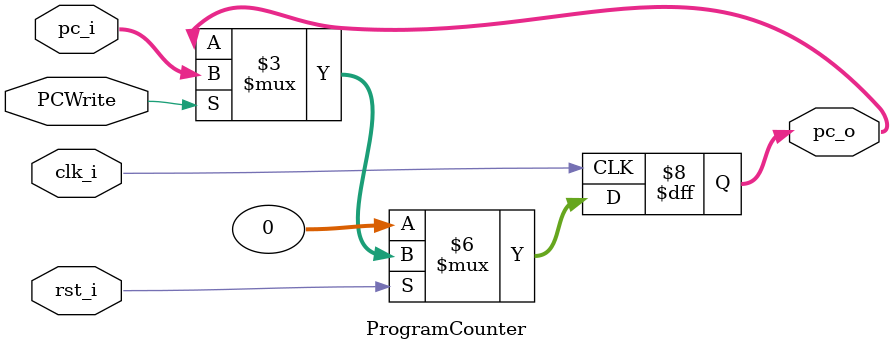
<source format=v>
`timescale 1ns/1ps

module ProgramCounter(
    input               clk_i,
    input               rst_i,
    input               PCWrite,
    input      [32-1:0] pc_i,
    output reg [32-1:0] pc_o
);

//Main function
always @(posedge clk_i) begin
    if(~rst_i)
        pc_o <= 0;
    else if(PCWrite)
        pc_o <= pc_i;
end

endmodule
</source>
